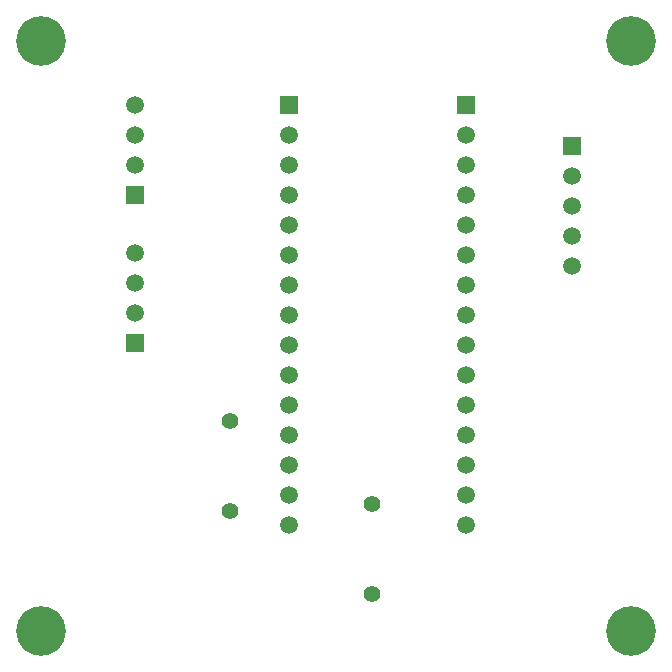
<source format=gtl>
G04 Layer_Physical_Order=1*
G04 Layer_Color=255*
%FSLAX42Y42*%
%MOMM*%
G71*
G01*
G75*
%ADD10R,1.50X1.50*%
%ADD11C,1.50*%
%ADD12C,1.40*%
%ADD13C,4.20*%
D10*
X9900Y8708D02*
D03*
X6200Y7038D02*
D03*
X7500Y9054D02*
D03*
X9000D02*
D03*
X6200Y8292D02*
D03*
D11*
X9900Y8454D02*
D03*
Y8200D02*
D03*
Y7946D02*
D03*
Y7692D02*
D03*
X6200Y7292D02*
D03*
Y7546D02*
D03*
Y7800D02*
D03*
X7500Y8800D02*
D03*
Y8546D02*
D03*
Y8292D02*
D03*
Y8038D02*
D03*
Y7784D02*
D03*
Y7530D02*
D03*
Y7276D02*
D03*
Y7022D02*
D03*
Y6768D02*
D03*
Y6514D02*
D03*
Y6260D02*
D03*
Y6006D02*
D03*
Y5752D02*
D03*
Y5498D02*
D03*
X9000Y8800D02*
D03*
Y8546D02*
D03*
Y8292D02*
D03*
Y8038D02*
D03*
Y7784D02*
D03*
Y7530D02*
D03*
Y7276D02*
D03*
Y7022D02*
D03*
Y6768D02*
D03*
Y6514D02*
D03*
Y6260D02*
D03*
Y6006D02*
D03*
Y5752D02*
D03*
Y5498D02*
D03*
X6200Y8546D02*
D03*
Y8800D02*
D03*
Y9054D02*
D03*
D12*
X8200Y4919D02*
D03*
Y5681D02*
D03*
X7000Y5619D02*
D03*
Y6381D02*
D03*
D13*
X5400Y4600D02*
D03*
Y9600D02*
D03*
X10400Y4600D02*
D03*
Y9600D02*
D03*
M02*

</source>
